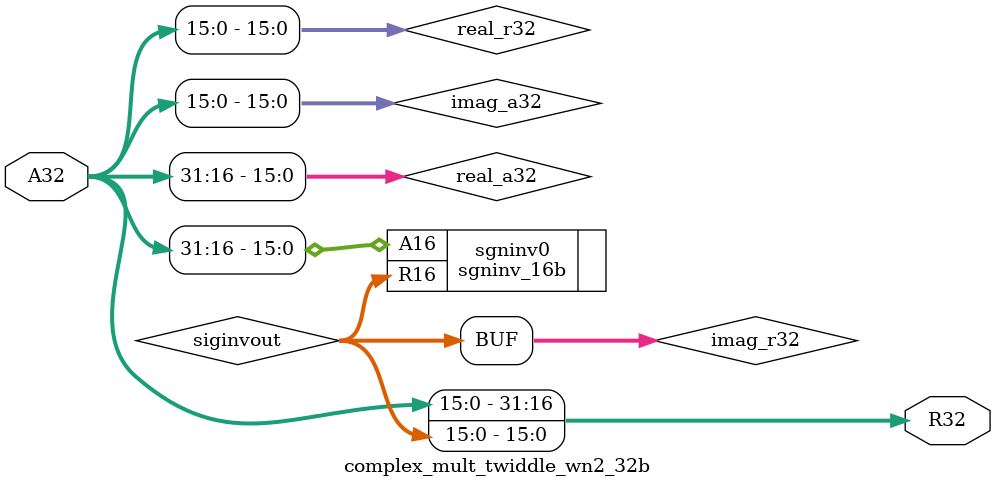
<source format=v>
module complex_mult_twiddle_wn2_32b(
  A32,
  R32,
  );
  
   
  input  [31:0] A32;
  output [31:0] R32;


  wire [15:0] real_a32;
  wire [15:0] imag_a32;

  wire [15:0] real_r32;
  wire [15:0] imag_r32;

  wire [15:0] siginvout;


assign real_a32 = A32[31:16];
assign imag_a32 = A32[15:0];

assign real_r32 = imag_a32;
assign imag_r32 = siginvout;


  sgninv_16b sgninv0(.A16(real_a32) , .R16(siginvout));
assign R32 = {real_r32,imag_r32};


endmodule

</source>
